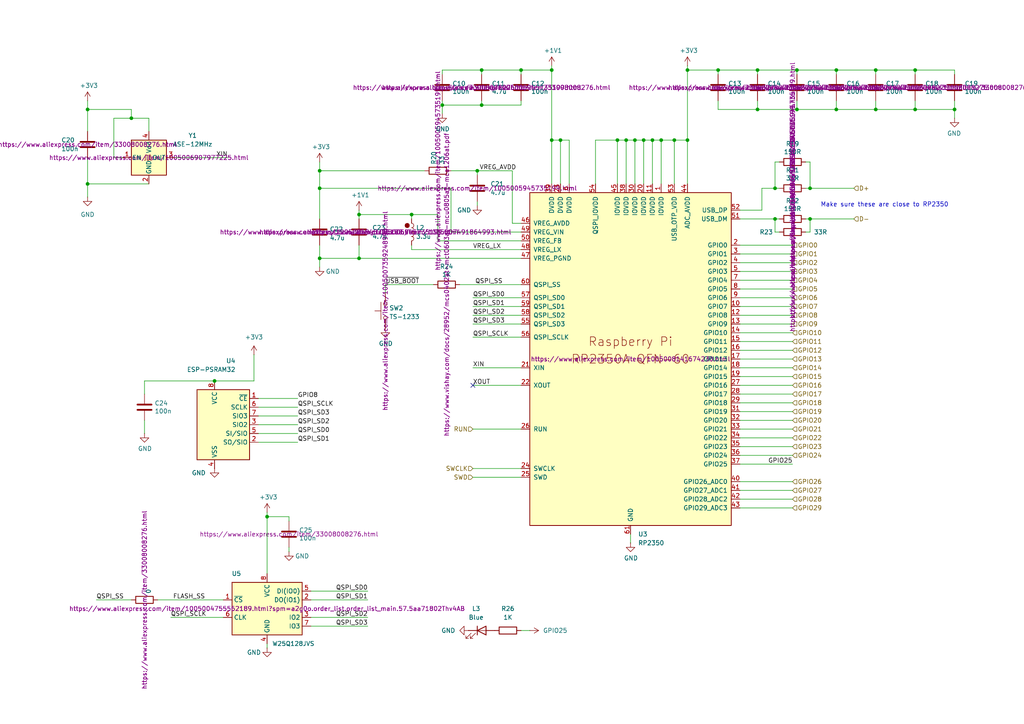
<source format=kicad_sch>
(kicad_sch (version 20250114) (generator "eeschema") (generator_version "9.0")
  (paper "A4")
  (title_block (title "MiniFRANK RM24") (date "2025-03-14") (rev "1.00") (company "Mikhail Matveev") (comment 1 "https://github.com/xtremespb/frank"))
  (lib_symbols
    (symbol "+1V1_1" (power) (pin_numbers (hide yes)) (pin_names (offset 0) (hide yes))
      (property "Value" "+1V1" (at 0 3.556 0))
      (symbol "+1V1_1_0_1"
        (polyline (pts (xy -0.762 1.27) (xy 0 2.54)))
        (polyline (pts (xy 0 2.54) (xy 0.762 1.27)))
        (polyline (pts (xy 0 0) (xy 0 2.54)))
      )
      (symbol "+1V1_1_1_1"
        (pin power_in line (at 0 0 90) (length 0) (name "~") (number "1"))
      )
    )
    (symbol "+3V3_1" (power) (pin_numbers (hide yes)) (pin_names (offset 0) (hide yes))
      (property "Value" "+3V3" (at 0 3.556 0))
      (symbol "+3V3_1_0_1"
        (polyline (pts (xy -0.762 1.27) (xy 0 2.54)))
        (polyline (pts (xy 0 2.54) (xy 0.762 1.27)))
        (polyline (pts (xy 0 0) (xy 0 2.54)))
      )
      (symbol "+3V3_1_1_1"
        (pin power_in line (at 0 0 90) (length 0) (name "~") (number "1"))
      )
    )
    (symbol "+3V3_3" (power) (pin_numbers (hide yes)) (pin_names (offset 0) (hide yes))
      (property "Value" "+3V3" (at 0 3.556 0))
      (symbol "+3V3_3_0_1"
        (polyline (pts (xy -0.762 1.27) (xy 0 2.54)))
        (polyline (pts (xy 0 2.54) (xy 0.762 1.27)))
        (polyline (pts (xy 0 0) (xy 0 2.54)))
      )
      (symbol "+3V3_3_1_1"
        (pin power_in line (at 0 0 90) (length 0) (name "~") (number "1"))
      )
    )
    (symbol "Device:C" (pin_numbers (hide yes)) (pin_names (offset 0.254))
      (property "Reference" "C" (at 0.635 2.54 0))
      (property "Value" "C" (at 0.635 -2.54 0))
      (symbol "C_0_1"
        (polyline (pts (xy -2.032 0.762) (xy 2.032 0.762)) (stroke (width 0.508)))
        (polyline (pts (xy -2.032 -0.762) (xy 2.032 -0.762)) (stroke (width 0.508)))
      )
      (symbol "C_1_1"
        (pin passive line (at 0 3.81 270) (length 2.794) (name "~") (number "1"))
        (pin passive line (at 0 -3.81 90) (length 2.794) (name "~") (number "2"))
      )
    )
    (symbol "Device:L" (pin_numbers (hide yes)) (pin_names (offset 1.016) (hide yes))
      (property "Reference" "L" (at -1.27 0 90))
      (property "Value" "L" (at 1.905 0 90))
      (symbol "L_0_1"
        (arc (start 0 2.54) (mid 0.6323 1.905) (end 0 1.27))
        (arc (start 0 1.27) (mid 0.6323 0.635) (end 0 0))
        (arc (start 0 0) (mid 0.6323 -0.635) (end 0 -1.27))
        (arc (start 0 -1.27) (mid 0.6323 -1.905) (end 0 -2.54))
      )
      (symbol "L_1_1"
        (pin passive line (at 0 3.81 270) (length 1.27) (name "1") (number "1"))
        (pin passive line (at 0 -3.81 90) (length 1.27) (name "2") (number "2"))
      )
    )
    (symbol "Device:LED" (pin_numbers (hide yes)) (pin_names (offset 1.016) (hide yes))
      (property "Reference" "D" (at 0 2.54 0))
      (property "Value" "LED" (at 0 -2.54 0))
      (symbol "LED_0_1"
        (polyline (pts (xy -3.048 -0.762) (xy -4.572 -2.286) (xy -3.81 -2.286) (xy -4.572 -2.286) (xy -4.572 -1.524)))
        (polyline (pts (xy -1.778 -0.762) (xy -3.302 -2.286) (xy -2.54 -2.286) (xy -3.302 -2.286) (xy -3.302 -1.524)))
        (polyline (pts (xy -1.27 0) (xy 1.27 0)))
        (polyline (pts (xy -1.27 -1.27) (xy -1.27 1.27)) (stroke (width 0.254)))
        (polyline (pts (xy 1.27 -1.27) (xy 1.27 1.27) (xy -1.27 0) (xy 1.27 -1.27)) (stroke (width 0.254)))
      )
      (symbol "LED_1_1"
        (pin passive line (at -3.81 0 0) (length 2.54) (name "K") (number "1"))
        (pin passive line (at 3.81 0 180) (length 2.54) (name "A") (number "2"))
      )
    )
    (symbol "Device:R" (pin_numbers (hide yes)) (pin_names (offset 0))
      (property "Reference" "R" (at 2.032 0 90))
      (property "Value" "R" (at 0 0 90))
      (symbol "R_0_1"
        (rectangle (start -1.016 -2.54) (end 1.016 2.54) (stroke (width 0.254)))
      )
      (symbol "R_1_1"
        (pin passive line (at 0 3.81 270) (length 1.27) (name "~") (number "1"))
        (pin passive line (at 0 -3.81 90) (length 1.27) (name "~") (number "2"))
      )
    )
    (symbol "FRANK:ESP-PSRAM32"
      (property "Reference" "PSR1" (at -8.89 1.2701 0))
      (property "Value" "PSRAM" (at -8.89 -1.2699 0))
      (symbol "ESP-PSRAM32_0_1"
        (rectangle (start -7.62 10.16) (end 7.62 -10.16) (stroke (width 0.254)) (fill (type background)))
      )
      (symbol "ESP-PSRAM32_1_1"
        (pin power_in line (at -2.54 12.7 270) (length 2.54) (name "VCC") (number "8"))
        (pin power_in line (at -2.54 -12.7 90) (length 2.54) (name "VSS") (number "4"))
        (pin input line (at 10.16 7.62 180) (length 2.54) (name "~{CE}") (number "1"))
        (pin output line (at 10.16 5.08 180) (length 2.54) (name "SCLK") (number "6"))
        (pin bidirectional line (at 10.16 2.54 180) (length 2.54) (name "SIO3") (number "7"))
        (pin bidirectional line (at 10.16 0 180) (length 2.54) (name "SIO2") (number "3"))
        (pin input line (at 10.16 -2.54 180) (length 2.54) (name "SI/SIO") (number "5"))
        (pin output line (at 10.16 -5.08 180) (length 2.54) (name "SO/SIO") (number "2"))
      )
    )
    (symbol "FRANK:RP2350A" (pin_names (offset 1.016))
      (property "Reference" "U2" (at 2.1941 -50.8 0))
      (property "Value" "RP2350A" (at 2.1941 -53.34 0))
      (symbol "RP2350A_0_0"
        (text "Raspberry Pi" (at 0 5.08 0) (effects (font (size 2.54 2.54))))
      )
      (symbol "RP2350A_0_1"
        (rectangle (start 29.21 48.26) (end -29.21 -48.26) (stroke (width 0.254)) (fill (type background)))
      )
      (symbol "RP2350A_1_0"
        (text "RP2350A QFN-60" (at 0 0 0) (effects (font (size 2.54 2.54))))
      )
      (symbol "RP2350A_1_1"
        (pin power_in line (at -31.75 39.37 0) (length 2.54) (name "VREG_AVDD") (number "46"))
        (pin power_in line (at -31.75 36.83 0) (length 2.54) (name "VREG_VIN") (number "49"))
        (pin input line (at -31.75 34.29 0) (length 2.54) (name "VREG_FB") (number "50"))
        (pin power_out line (at -31.75 31.75 0) (length 2.54) (name "VREG_LX") (number "48"))
        (pin power_in line (at -31.75 29.21 0) (length 2.54) (name "VREG_PGND") (number "47"))
        (pin bidirectional line (at -31.75 21.59 0) (length 2.54) (name "QSPI_SS") (number "60"))
        (pin bidirectional line (at -31.75 17.78 0) (length 2.54) (name "QSPI_SD0") (number "57"))
        (pin bidirectional line (at -31.75 15.24 0) (length 2.54) (name "QSPI_SD1") (number "59"))
        (pin bidirectional line (at -31.75 12.7 0) (length 2.54) (name "QSPI_SD2") (number "58"))
        (pin bidirectional line (at -31.75 10.16 0) (length 2.54) (name "QSPI_SD3") (number "55"))
        (pin output line (at -31.75 6.35 0) (length 2.54) (name "QSPI_SCLK") (number "56"))
        (pin input line (at -31.75 -2.54 0) (length 2.54) (name "XIN") (number "21"))
        (pin passive line (at -31.75 -7.62 0) (length 2.54) (name "XOUT") (number "22"))
        (pin input line (at -31.75 -20.32 0) (length 2.54) (name "RUN") (number "26"))
        (pin output line (at -31.75 -31.75 0) (length 2.54) (name "SWCLK") (number "24"))
        (pin bidirectional line (at -31.75 -34.29 0) (length 2.54) (name "SWD") (number "25"))
        (pin power_in line (at -22.86 50.8 270) (length 2.54) (name "DVDD") (number "39"))
        (pin power_in line (at -20.32 50.8 270) (length 2.54) (name "DVDD") (number "23"))
        (pin power_in line (at -17.78 50.8 270) (length 2.54) (name "DVDD") (number "6"))
        (pin power_in line (at -10.16 50.8 270) (length 2.54) (name "QSPI_IOVDD") (number "54"))
        (pin power_in line (at -3.81 50.8 270) (length 2.54) (name "IOVDD") (number "45"))
        (pin power_in line (at -1.27 50.8 270) (length 2.54) (name "IOVDD") (number "38"))
        (pin power_in line (at 0 -50.8 90) (length 2.54) (name "GND") (number "61"))
        (pin power_in line (at 1.27 50.8 270) (length 2.54) (name "IOVDD") (number "30"))
        (pin power_in line (at 3.81 50.8 270) (length 2.54) (name "IOVDD") (number "20"))
        (pin power_in line (at 6.35 50.8 270) (length 2.54) (name "IOVDD") (number "11"))
        (pin power_in line (at 8.89 50.8 270) (length 2.54) (name "IOVDD") (number "1"))
        (pin power_in line (at 12.7 50.8 270) (length 2.54) (name "USB_OTP_VDD") (number "53"))
        (pin power_in line (at 16.51 50.8 270) (length 2.54) (name "ADC_AVDD") (number "44"))
        (pin bidirectional line (at 31.75 43.18 180) (length 2.54) (name "USB_DP") (number "52"))
        (pin bidirectional line (at 31.75 40.64 180) (length 2.54) (name "USB_DM") (number "51"))
        (pin bidirectional line (at 31.75 33.02 180) (length 2.54) (name "GPIO0") (number "2"))
        (pin bidirectional line (at 31.75 30.48 180) (length 2.54) (name "GPIO1") (number "3"))
        (pin bidirectional line (at 31.75 27.94 180) (length 2.54) (name "GPIO2") (number "4"))
        (pin bidirectional line (at 31.75 25.4 180) (length 2.54) (name "GPIO3") (number "5"))
        (pin bidirectional line (at 31.75 22.86 180) (length 2.54) (name "GPIO4") (number "7"))
        (pin bidirectional line (at 31.75 20.32 180) (length 2.54) (name "GPIO5") (number "8"))
        (pin bidirectional line (at 31.75 17.78 180) (length 2.54) (name "GPIO6") (number "9"))
        (pin bidirectional line (at 31.75 15.24 180) (length 2.54) (name "GPIO7") (number "10"))
        (pin bidirectional line (at 31.75 12.7 180) (length 2.54) (name "GPIO8") (number "12"))
        (pin bidirectional line (at 31.75 10.16 180) (length 2.54) (name "GPIO9") (number "13"))
        (pin bidirectional line (at 31.75 7.62 180) (length 2.54) (name "GPIO10") (number "14"))
        (pin bidirectional line (at 31.75 5.08 180) (length 2.54) (name "GPIO11") (number "15"))
        (pin bidirectional line (at 31.75 2.54 180) (length 2.54) (name "GPIO12") (number "16"))
        (pin bidirectional line (at 31.75 0 180) (length 2.54) (name "GPIO13") (number "17"))
        (pin bidirectional line (at 31.75 -2.54 180) (length 2.54) (name "GPIO14") (number "18"))
        (pin bidirectional line (at 31.75 -5.08 180) (length 2.54) (name "GPIO15") (number "19"))
        (pin bidirectional line (at 31.75 -7.62 180) (length 2.54) (name "GPIO16") (number "27"))
        (pin bidirectional line (at 31.75 -10.16 180) (length 2.54) (name "GPIO17") (number "28"))
        (pin bidirectional line (at 31.75 -12.7 180) (length 2.54) (name "GPIO18") (number "29"))
        (pin bidirectional line (at 31.75 -15.24 180) (length 2.54) (name "GPIO19") (number "31"))
        (pin bidirectional line (at 31.75 -17.78 180) (length 2.54) (name "GPIO20") (number "32"))
        (pin bidirectional line (at 31.75 -20.32 180) (length 2.54) (name "GPIO21") (number "33"))
        (pin bidirectional line (at 31.75 -22.86 180) (length 2.54) (name "GPIO22") (number "34"))
        (pin bidirectional line (at 31.75 -25.4 180) (length 2.54) (name "GPIO23") (number "35"))
        (pin bidirectional line (at 31.75 -27.94 180) (length 2.54) (name "GPIO24") (number "36"))
        (pin bidirectional line (at 31.75 -30.48 180) (length 2.54) (name "GPIO25") (number "37"))
        (pin bidirectional line (at 31.75 -35.56 180) (length 2.54) (name "GPIO26_ADC0") (number "40"))
        (pin bidirectional line (at 31.75 -38.1 180) (length 2.54) (name "GPIO27_ADC1") (number "41"))
        (pin bidirectional line (at 31.75 -40.64 180) (length 2.54) (name "GPIO28_ADC2") (number "42"))
        (pin bidirectional line (at 31.75 -43.18 180) (length 2.54) (name "GPIO29_ADC3") (number "43"))
      )
    )
    (symbol "FRANK:W25Q128JVS"
      (property "Reference" "U3" (at -8.89 10.16 0))
      (property "Value" "W25Q128JVSQ" (at 7.62 -10.16 0))
      (symbol "W25Q128JVS_0_1"
        (rectangle (start -10.16 7.62) (end 10.16 -7.62) (stroke (width 0.254)) (fill (type background)))
      )
      (symbol "W25Q128JVS_1_1"
        (pin input line (at -12.7 2.54 0) (length 2.54) (name "~{CS}") (number "1"))
        (pin input line (at -12.7 -2.54 0) (length 2.54) (name "CLK") (number "6"))
        (pin power_in line (at 0 10.16 270) (length 2.54) (name "VCC") (number "8"))
        (pin power_in line (at 0 -10.16 90) (length 2.54) (name "GND") (number "4"))
        (pin bidirectional line (at 12.7 5.08 180) (length 2.54) (name "DI(IO0)") (number "5"))
        (pin bidirectional line (at 12.7 2.54 180) (length 2.54) (name "DO(IO1)") (number "2"))
        (pin bidirectional line (at 12.7 -2.54 180) (length 2.54) (name "IO2") (number "3"))
        (pin bidirectional line (at 12.7 -5.08 180) (length 2.54) (name "IO3") (number "7"))
      )
    )
    (symbol "GND_1" (power) (pin_numbers (hide yes)) (pin_names (offset 0) (hide yes))
      (property "Value" "GND" (at 0 -3.81 0))
      (symbol "GND_1_0_1"
        (polyline (pts (xy 0 0) (xy 0 -1.27) (xy 1.27 -1.27) (xy 0 -2.54) (xy -1.27 -1.27) (xy 0 -1.27)))
      )
      (symbol "GND_1_1_1"
        (pin power_in line (at 0 0 270) (length 0) (name "~") (number "1"))
      )
    )
    (symbol "GND_2" (power) (pin_numbers (hide yes)) (pin_names (offset 0) (hide yes))
      (property "Value" "GND" (at 0 -3.81 0))
      (symbol "GND_2_0_1"
        (polyline (pts (xy 0 0) (xy 0 -1.27) (xy 1.27 -1.27) (xy 0 -2.54) (xy -1.27 -1.27) (xy 0 -1.27)))
      )
      (symbol "GND_2_1_1"
        (pin power_in line (at 0 0 270) (length 0) (name "~") (number "1"))
      )
    )
    (symbol "GND_6" (power) (pin_numbers (hide yes)) (pin_names (offset 0) (hide yes))
      (property "Value" "GND" (at 0 -3.81 0))
      (symbol "GND_6_0_1"
        (polyline (pts (xy 0 0) (xy 0 -1.27) (xy 1.27 -1.27) (xy 0 -2.54) (xy -1.27 -1.27) (xy 0 -1.27)))
      )
      (symbol "GND_6_1_1"
        (pin power_in line (at 0 0 270) (length 0) (name "~") (number "1"))
      )
    )
    (symbol "Oscillator:ASE-xxxMHz" (pin_names (offset 0.254))
      (property "Reference" "Y" (at -5.08 6.35 0))
      (property "Value" "ASE-xxxMHz" (at 1.27 -6.35 0))
      (symbol "ASE-xxxMHz_0_1"
        (rectangle (start -5.08 5.08) (end 5.08 -5.08) (stroke (width 0.254)) (fill (type background)))
        (polyline (pts (xy -1.27 -0.762) (xy -1.016 -0.762) (xy -1.016 0.762) (xy -0.508 0.762) (xy -0.508 -0.762) (xy 0 -0.762) (xy 0 0.762) (xy 0.508 0.762) (xy 0.508 -0.762) (xy 0.762 -0.762)))
      )
      (symbol "ASE-xxxMHz_1_1"
        (pin input line (at -7.62 0 0) (length 2.54) (name "EN") (number "1"))
        (pin power_in line (at 0 7.62 270) (length 2.54) (name "Vdd") (number "4"))
        (pin power_in line (at 0 -7.62 90) (length 2.54) (name "GND") (number "2"))
        (pin output line (at 7.62 0 180) (length 2.54) (name "OUT") (number "3"))
      )
    )
    (symbol "Switch:SW_Push" (pin_numbers (hide yes)) (pin_names (offset 1.016) (hide yes))
      (property "Reference" "SW" (at 1.27 2.54 0))
      (property "Value" "SW_Push" (at 0 -1.524 0))
      (symbol "SW_Push_0_1"
        (circle (center -2.032 0) (radius 0.508))
        (polyline (pts (xy 0 1.27) (xy 0 3.048)))
        (circle (center 2.032 0) (radius 0.508))
        (polyline (pts (xy 2.54 1.27) (xy -2.54 1.27)))
        (pin passive line (at -5.08 0 0) (length 2.54) (name "1") (number "1"))
        (pin passive line (at 5.08 0 180) (length 2.54) (name "2") (number "2"))
      )
    )
    (symbol "power:+1V1" (power) (pin_numbers (hide yes)) (pin_names (offset 0) (hide yes))
      (property "Value" "+1V1" (at 0 3.556 0))
      (symbol "+1V1_0_1"
        (polyline (pts (xy -0.762 1.27) (xy 0 2.54)))
        (polyline (pts (xy 0 2.54) (xy 0.762 1.27)))
        (polyline (pts (xy 0 0) (xy 0 2.54)))
      )
      (symbol "+1V1_1_1"
        (pin power_in line (at 0 0 90) (length 0) (name "~") (number "1"))
      )
    )
    (symbol "power:+3V3" (power) (pin_numbers (hide yes)) (pin_names (offset 0) (hide yes))
      (property "Value" "+3V3" (at 0 3.556 0))
      (symbol "+3V3_0_1"
        (polyline (pts (xy -0.762 1.27) (xy 0 2.54)))
        (polyline (pts (xy 0 2.54) (xy 0.762 1.27)))
        (polyline (pts (xy 0 0) (xy 0 2.54)))
      )
      (symbol "+3V3_1_1"
        (pin power_in line (at 0 0 90) (length 0) (name "~") (number "1"))
      )
    )
    (symbol "power:GND" (power) (pin_numbers (hide yes)) (pin_names (offset 0) (hide yes))
      (property "Value" "GND" (at 0 -3.81 0))
      (symbol "GND_0_1"
        (polyline (pts (xy 0 0) (xy 0 -1.27) (xy 1.27 -1.27) (xy 0 -2.54) (xy -1.27 -1.27) (xy 0 -1.27)))
      )
      (symbol "GND_1_1"
        (pin power_in line (at 0 0 270) (length 0) (name "~") (number "1"))
      )
    )
  )
  (circle (center 118.11 65.405) (radius 0.635) (stroke (width 0) (color 132 0 0 1)) (fill (type color) (color 132 0 0 1)))
  (text "Make sure these are close to RP2350\n" (at 237.998 60.198 0) (effects (font (size 1.27 1.27)) (justify left bottom)))
  (junction (at 92.71 54.61))
  (junction (at 195.58 40.64))
  (junction (at 199.39 20.32))
  (junction (at 242.57 31.75))
  (junction (at 234.95 63.5))
  (junction (at 208.28 20.32))
  (junction (at 186.69 40.64))
  (junction (at 219.71 31.75))
  (junction (at 151.13 20.32))
  (junction (at 104.14 62.23))
  (junction (at 160.02 40.64))
  (junction (at 181.61 40.64))
  (junction (at 242.57 20.32))
  (junction (at 62.23 110.49))
  (junction (at 139.7 20.32))
  (junction (at 77.47 149.86))
  (junction (at 231.14 31.75))
  (junction (at 254 31.75))
  (junction (at 199.39 40.64))
  (junction (at 92.71 74.93))
  (junction (at 189.23 40.64))
  (junction (at 184.15 40.64))
  (junction (at 139.7 30.48))
  (junction (at 179.07 40.64))
  (junction (at 265.43 31.75))
  (junction (at 104.14 74.93))
  (junction (at 224.79 54.61))
  (junction (at 128.27 30.48))
  (junction (at 119.38 62.23))
  (junction (at 138.43 49.53))
  (junction (at 160.02 20.32))
  (junction (at 265.43 20.32))
  (junction (at 231.14 20.32))
  (junction (at 25.4 53.34))
  (junction (at 224.79 63.5))
  (junction (at 254 20.32))
  (junction (at 191.77 40.64))
  (junction (at 219.71 20.32))
  (junction (at 162.56 40.64))
  (junction (at 92.71 49.53))
  (junction (at 276.86 31.75))
  (junction (at 234.95 54.61))
  (junction (at 38.1 34.29))
  (junction (at 25.4 31.75))
  (no_connect (at 137.16 111.76))
  (wire (pts (xy 214.63 121.92) (xy 229.87 121.92)))
  (wire (pts (xy 214.63 93.98) (xy 229.87 93.98)))
  (wire (pts (xy 111.76 82.55) (xy 111.76 85.09)))
  (wire (pts (xy 233.68 54.61) (xy 234.95 54.61)))
  (wire (pts (xy 214.63 111.76) (xy 229.87 111.76)))
  (wire (pts (xy 214.63 129.54) (xy 229.87 129.54)))
  (wire (pts (xy 214.63 99.06) (xy 229.87 99.06)))
  (wire (pts (xy 214.63 104.14) (xy 229.87 104.14)))
  (wire (pts (xy 127 62.23) (xy 119.38 62.23)))
  (wire (pts (xy 138.43 59.69) (xy 138.43 58.42)))
  (wire (pts (xy 83.82 149.86) (xy 77.47 149.86)))
  (wire (pts (xy 77.47 148.59) (xy 77.47 149.86)))
  (wire (pts (xy 265.43 31.75) (xy 276.86 31.75)))
  (wire (pts (xy 83.82 151.13) (xy 83.82 149.86)))
  (wire (pts (xy 137.16 106.68) (xy 151.13 106.68)))
  (wire (pts (xy 231.14 21.59) (xy 231.14 20.32)))
  (wire (pts (xy 184.15 40.64) (xy 186.69 40.64)))
  (wire (pts (xy 92.71 49.53) (xy 123.19 49.53)))
  (wire (pts (xy 74.93 123.19) (xy 86.36 123.19)))
  (wire (pts (xy 90.17 173.99) (xy 106.68 173.99)))
  (wire (pts (xy 92.71 74.93) (xy 92.71 77.47)))
  (wire (pts (xy 83.82 158.75) (xy 83.82 160.02)))
  (wire (pts (xy 214.63 71.12) (xy 229.87 71.12)))
  (wire (pts (xy 138.43 49.53) (xy 148.59 49.53)))
  (wire (pts (xy 181.61 53.34) (xy 181.61 40.64)))
  (wire (pts (xy 151.13 30.48) (xy 151.13 29.21)))
  (wire (pts (xy 208.28 29.21) (xy 208.28 31.75)))
  (wire (pts (xy 276.86 29.21) (xy 276.86 31.75)))
  (wire (pts (xy 137.16 93.98) (xy 151.13 93.98)))
  (wire (pts (xy 128.27 20.32) (xy 139.7 20.32)))
  (wire (pts (xy 214.63 76.2) (xy 229.87 76.2)))
  (wire (pts (xy 77.47 186.69) (xy 77.47 187.96)))
  (wire (pts (xy 234.95 63.5) (xy 247.65 63.5)))
  (wire (pts (xy 139.7 20.32) (xy 151.13 20.32)))
  (wire (pts (xy 162.56 53.34) (xy 162.56 40.64)))
  (wire (pts (xy 242.57 31.75) (xy 231.14 31.75)))
  (wire (pts (xy 104.14 62.23) (xy 119.38 62.23)))
  (wire (pts (xy 73.66 102.87) (xy 73.66 110.49)))
  (wire (pts (xy 214.63 139.7) (xy 229.87 139.7)))
  (wire (pts (xy 208.28 21.59) (xy 208.28 20.32)))
  (wire (pts (xy 119.38 72.39) (xy 119.38 71.12)))
  (wire (pts (xy 162.56 40.64) (xy 160.02 40.64)))
  (wire (pts (xy 220.98 54.61) (xy 220.98 60.96)))
  (wire (pts (xy 214.63 91.44) (xy 229.87 91.44)))
  (wire (pts (xy 214.63 96.52) (xy 229.87 96.52)))
  (wire (pts (xy 224.79 63.5) (xy 224.79 67.31)))
  (wire (pts (xy 172.72 53.34) (xy 172.72 40.64)))
  (wire (pts (xy 90.17 181.61) (xy 106.68 181.61)))
  (wire (pts (xy 195.58 40.64) (xy 199.39 40.64)))
  (wire (pts (xy 104.14 63.5) (xy 104.14 62.23)))
  (wire (pts (xy 74.93 128.27) (xy 86.36 128.27)))
  (wire (pts (xy 214.63 147.32) (xy 229.87 147.32)))
  (wire (pts (xy 254 21.59) (xy 254 20.32)))
  (wire (pts (xy 151.13 21.59) (xy 151.13 20.32)))
  (wire (pts (xy 165.1 40.64) (xy 165.1 53.34)))
  (wire (pts (xy 160.02 20.32) (xy 160.02 40.64)))
  (wire (pts (xy 138.43 49.53) (xy 138.43 50.8)))
  (wire (pts (xy 92.71 54.61) (xy 130.81 54.61)))
  (wire (pts (xy 33.02 45.72) (xy 33.02 34.29)))
  (wire (pts (xy 90.17 179.07) (xy 106.68 179.07)))
  (wire (pts (xy 74.93 115.57) (xy 86.36 115.57)))
  (wire (pts (xy 276.86 21.59) (xy 276.86 20.32)))
  (wire (pts (xy 137.16 88.9) (xy 151.13 88.9)))
  (wire (pts (xy 25.4 53.34) (xy 43.18 53.34)))
  (wire (pts (xy 233.68 63.5) (xy 234.95 63.5)))
  (wire (pts (xy 199.39 20.32) (xy 208.28 20.32)))
  (wire (pts (xy 151.13 135.89) (xy 137.16 135.89)))
  (wire (pts (xy 214.63 127) (xy 229.87 127)))
  (wire (pts (xy 214.63 101.6) (xy 229.87 101.6)))
  (wire (pts (xy 242.57 20.32) (xy 254 20.32)))
  (wire (pts (xy 189.23 40.64) (xy 191.77 40.64)))
  (wire (pts (xy 92.71 54.61) (xy 92.71 63.5)))
  (wire (pts (xy 35.56 45.72) (xy 33.02 45.72)))
  (wire (pts (xy 219.71 21.59) (xy 219.71 20.32)))
  (wire (pts (xy 214.63 81.28) (xy 229.87 81.28)))
  (wire (pts (xy 226.06 67.31) (xy 224.79 67.31)))
  (wire (pts (xy 151.13 82.55) (xy 133.35 82.55)))
  (wire (pts (xy 181.61 40.64) (xy 184.15 40.64)))
  (wire (pts (xy 151.13 97.79) (xy 137.16 97.79)))
  (wire (pts (xy 49.53 179.07) (xy 64.77 179.07)))
  (wire (pts (xy 276.86 31.75) (xy 276.86 34.29)))
  (wire (pts (xy 130.81 54.61) (xy 130.81 67.31)))
  (wire (pts (xy 189.23 53.34) (xy 189.23 40.64)))
  (wire (pts (xy 41.91 110.49) (xy 41.91 114.3)))
  (wire (pts (xy 265.43 20.32) (xy 276.86 20.32)))
  (wire (pts (xy 233.68 67.31) (xy 234.95 67.31)))
  (wire (pts (xy 160.02 19.05) (xy 160.02 20.32)))
  (wire (pts (xy 151.13 182.88) (xy 153.67 182.88)))
  (wire (pts (xy 234.95 63.5) (xy 234.95 67.31)))
  (wire (pts (xy 186.69 40.64) (xy 189.23 40.64)))
  (wire (pts (xy 254 20.32) (xy 265.43 20.32)))
  (wire (pts (xy 73.66 110.49) (xy 62.23 110.49)))
  (wire (pts (xy 151.13 111.76) (xy 137.16 111.76)))
  (wire (pts (xy 199.39 40.64) (xy 199.39 53.34)))
  (wire (pts (xy 214.63 134.62) (xy 229.87 134.62)))
  (wire (pts (xy 254 29.21) (xy 254 31.75)))
  (wire (pts (xy 45.72 173.99) (xy 64.77 173.99)))
  (wire (pts (xy 214.63 144.78) (xy 229.87 144.78)))
  (wire (pts (xy 186.69 53.34) (xy 186.69 40.64)))
  (wire (pts (xy 214.63 109.22) (xy 229.87 109.22)))
  (wire (pts (xy 265.43 29.21) (xy 265.43 31.75)))
  (wire (pts (xy 160.02 40.64) (xy 160.02 53.34)))
  (wire (pts (xy 162.56 40.64) (xy 165.1 40.64)))
  (wire (pts (xy 214.63 132.08) (xy 229.87 132.08)))
  (wire (pts (xy 195.58 53.34) (xy 195.58 40.64)))
  (wire (pts (xy 219.71 20.32) (xy 231.14 20.32)))
  (wire (pts (xy 92.71 71.12) (xy 92.71 74.93)))
  (wire (pts (xy 130.81 67.31) (xy 151.13 67.31)))
  (wire (pts (xy 127 69.85) (xy 127 62.23)))
  (wire (pts (xy 104.14 74.93) (xy 151.13 74.93)))
  (wire (pts (xy 265.43 21.59) (xy 265.43 20.32)))
  (wire (pts (xy 231.14 20.32) (xy 242.57 20.32)))
  (wire (pts (xy 92.71 49.53) (xy 92.71 54.61)))
  (wire (pts (xy 179.07 53.34) (xy 179.07 40.64)))
  (wire (pts (xy 128.27 30.48) (xy 128.27 33.02)))
  (wire (pts (xy 214.63 63.5) (xy 224.79 63.5)))
  (wire (pts (xy 182.88 154.94) (xy 182.88 157.48)))
  (wire (pts (xy 219.71 29.21) (xy 219.71 31.75)))
  (wire (pts (xy 119.38 62.23) (xy 119.38 63.5)))
  (wire (pts (xy 234.95 54.61) (xy 247.65 54.61)))
  (wire (pts (xy 139.7 30.48) (xy 151.13 30.48)))
  (wire (pts (xy 125.73 82.55) (xy 111.76 82.55)))
  (wire (pts (xy 224.79 63.5) (xy 226.06 63.5)))
  (wire (pts (xy 151.13 20.32) (xy 160.02 20.32)))
  (wire (pts (xy 199.39 19.05) (xy 199.39 20.32)))
  (wire (pts (xy 199.39 20.32) (xy 199.39 40.64)))
  (wire (pts (xy 151.13 124.46) (xy 137.16 124.46)))
  (wire (pts (xy 214.63 114.3) (xy 229.87 114.3)))
  (wire (pts (xy 90.17 171.45) (xy 106.68 171.45)))
  (wire (pts (xy 214.63 86.36) (xy 229.87 86.36)))
  (wire (pts (xy 148.59 49.53) (xy 148.59 64.77)))
  (wire (pts (xy 242.57 29.21) (xy 242.57 31.75)))
  (wire (pts (xy 214.63 106.68) (xy 229.87 106.68)))
  (wire (pts (xy 25.4 29.21) (xy 25.4 31.75)))
  (wire (pts (xy 27.94 173.99) (xy 38.1 173.99)))
  (wire (pts (xy 214.63 142.24) (xy 229.87 142.24)))
  (wire (pts (xy 77.47 149.86) (xy 77.47 166.37)))
  (wire (pts (xy 214.63 88.9) (xy 229.87 88.9)))
  (wire (pts (xy 104.14 71.12) (xy 104.14 74.93)))
  (wire (pts (xy 74.93 118.11) (xy 86.36 118.11)))
  (wire (pts (xy 208.28 20.32) (xy 219.71 20.32)))
  (wire (pts (xy 128.27 29.21) (xy 128.27 30.48)))
  (wire (pts (xy 224.79 54.61) (xy 224.79 46.99)))
  (wire (pts (xy 25.4 31.75) (xy 25.4 38.1)))
  (wire (pts (xy 214.63 60.96) (xy 220.98 60.96)))
  (wire (pts (xy 25.4 31.75) (xy 38.1 31.75)))
  (wire (pts (xy 139.7 21.59) (xy 139.7 20.32)))
  (wire (pts (xy 43.18 34.29) (xy 43.18 38.1)))
  (wire (pts (xy 151.13 138.43) (xy 137.16 138.43)))
  (wire (pts (xy 25.4 57.15) (xy 25.4 53.34)))
  (wire (pts (xy 184.15 53.34) (xy 184.15 40.64)))
  (wire (pts (xy 128.27 30.48) (xy 139.7 30.48)))
  (wire (pts (xy 233.68 46.99) (xy 234.95 46.99)))
  (wire (pts (xy 234.95 46.99) (xy 234.95 54.61)))
  (wire (pts (xy 224.79 54.61) (xy 226.06 54.61)))
  (wire (pts (xy 128.27 21.59) (xy 128.27 20.32)))
  (wire (pts (xy 137.16 86.36) (xy 151.13 86.36)))
  (wire (pts (xy 41.91 121.92) (xy 41.91 125.73)))
  (wire (pts (xy 179.07 40.64) (xy 181.61 40.64)))
  (wire (pts (xy 38.1 31.75) (xy 38.1 34.29)))
  (wire (pts (xy 214.63 73.66) (xy 229.87 73.66)))
  (wire (pts (xy 224.79 46.99) (xy 226.06 46.99)))
  (wire (pts (xy 104.14 60.96) (xy 104.14 62.23)))
  (wire (pts (xy 214.63 116.84) (xy 229.87 116.84)))
  (wire (pts (xy 74.93 125.73) (xy 86.36 125.73)))
  (wire (pts (xy 151.13 69.85) (xy 127 69.85)))
  (wire (pts (xy 119.38 72.39) (xy 151.13 72.39)))
  (wire (pts (xy 191.77 40.64) (xy 191.77 53.34)))
  (wire (pts (xy 231.14 29.21) (xy 231.14 31.75)))
  (wire (pts (xy 214.63 124.46) (xy 229.87 124.46)))
  (wire (pts (xy 92.71 46.99) (xy 92.71 49.53)))
  (wire (pts (xy 219.71 31.75) (xy 208.28 31.75)))
  (wire (pts (xy 25.4 45.72) (xy 25.4 53.34)))
  (wire (pts (xy 265.43 31.75) (xy 254 31.75)))
  (wire (pts (xy 172.72 40.64) (xy 179.07 40.64)))
  (wire (pts (xy 214.63 119.38) (xy 229.87 119.38)))
  (wire (pts (xy 191.77 40.64) (xy 195.58 40.64)))
  (wire (pts (xy 137.16 91.44) (xy 151.13 91.44)))
  (wire (pts (xy 50.8 45.72) (xy 66.04 45.72)))
  (wire (pts (xy 38.1 34.29) (xy 43.18 34.29)))
  (wire (pts (xy 231.14 31.75) (xy 219.71 31.75)))
  (wire (pts (xy 33.02 34.29) (xy 38.1 34.29)))
  (wire (pts (xy 254 31.75) (xy 242.57 31.75)))
  (wire (pts (xy 139.7 29.21) (xy 139.7 30.48)))
  (wire (pts (xy 242.57 21.59) (xy 242.57 20.32)))
  (wire (pts (xy 92.71 74.93) (xy 104.14 74.93)))
  (wire (pts (xy 214.63 83.82) (xy 229.87 83.82)))
  (wire (pts (xy 220.98 54.61) (xy 224.79 54.61)))
  (wire (pts (xy 148.59 64.77) (xy 151.13 64.77)))
  (wire (pts (xy 74.93 120.65) (xy 86.36 120.65)))
  (wire (pts (xy 41.91 110.49) (xy 62.23 110.49)))
  (wire (pts (xy 130.81 49.53) (xy 138.43 49.53)))
  (wire (pts (xy 214.63 78.74) (xy 229.87 78.74)))
  (label "QSPI_SD2" (at 137.16 91.44 0))
  (label "VREG_AVDD" (at 139.065 49.53 0))
  (label "XOUT" (at 137.16 111.76 0))
  (label "QSPI_SS" (at 27.94 173.99 0))
  (label "QSPI_SD3" (at 137.16 93.98 0))
  (label "QSPI_SD2" (at 106.68 179.07 180))
  (label "QSPI_SS" (at 137.795 82.55 0))
  (label "QSPI_SD0" (at 86.36 125.73 0))
  (label "QSPI_SD3" (at 86.36 120.65 0))
  (label "~{USB_BOOT}" (at 111.76 82.55 0))
  (label "QSPI_SCLK" (at 49.53 179.07 0))
  (label "QSPI_SD1" (at 106.68 173.99 180))
  (label "QSPI_SD2" (at 86.36 123.19 0))
  (label "XIN" (at 137.16 106.68 0))
  (label "GPIO25" (at 229.87 134.62 180))
  (label "QSPI_SD0" (at 106.68 171.45 180))
  (label "GPIO8" (at 86.36 115.57 0))
  (label "XIN" (at 66.04 45.72 180))
  (label "QSPI_SCLK" (at 137.16 97.79 0))
  (label "QSPI_SD1" (at 86.36 128.27 0))
  (label "QSPI_SD3" (at 106.68 181.61 180))
  (label "QSPI_SD0" (at 137.16 86.36 0))
  (label "FLASH_SS" (at 50.165 173.99 0))
  (label "QSPI_SD1" (at 137.16 88.9 0))
  (label "VREG_LX" (at 137.16 72.39 0))
  (label "QSPI_SCLK" (at 86.36 118.11 0))
  (hierarchical_label "GPIO26" (shape input) (at 229.87 139.7 0))
  (hierarchical_label "RUN" (shape input) (at 137.16 124.46 180))
  (hierarchical_label "GPIO8" (shape input) (at 229.87 91.44 0))
  (hierarchical_label "GPIO5" (shape input) (at 229.87 83.82 0))
  (hierarchical_label "GPIO19" (shape input) (at 229.87 119.38 0))
  (hierarchical_label "D+" (shape input) (at 247.65 54.61 0))
  (hierarchical_label "GPIO7" (shape input) (at 229.87 88.9 0))
  (hierarchical_label "GPIO24" (shape input) (at 229.87 132.08 0))
  (hierarchical_label "GPIO1" (shape input) (at 229.87 73.66 0))
  (hierarchical_label "GPIO12" (shape input) (at 229.87 101.6 0))
  (hierarchical_label "D-" (shape input) (at 247.65 63.5 0))
  (hierarchical_label "GPIO21" (shape input) (at 229.87 124.46 0))
  (hierarchical_label "GPIO14" (shape input) (at 229.87 106.68 0))
  (hierarchical_label "SWCLK" (shape input) (at 137.16 135.89 180))
  (hierarchical_label "GPIO17" (shape input) (at 229.87 114.3 0))
  (hierarchical_label "GPIO9" (shape input) (at 229.87 93.98 0))
  (hierarchical_label "GPIO22" (shape input) (at 229.87 127 0))
  (hierarchical_label "GPIO6" (shape input) (at 229.87 86.36 0))
  (hierarchical_label "GPIO2" (shape input) (at 229.87 76.2 0))
  (hierarchical_label "GPIO0" (shape input) (at 229.87 71.12 0))
  (hierarchical_label "GPIO4" (shape input) (at 229.87 81.28 0))
  (hierarchical_label "GPIO27" (shape input) (at 229.87 142.24 0))
  (hierarchical_label "GPIO29" (shape input) (at 229.87 147.32 0))
  (hierarchical_label "GPIO13" (shape input) (at 229.87 104.14 0))
  (hierarchical_label "GPIO15" (shape input) (at 229.87 109.22 0))
  (hierarchical_label "GPIO11" (shape input) (at 229.87 99.06 0))
  (hierarchical_label "GPIO10" (shape input) (at 229.87 96.52 0))
  (hierarchical_label "GPIO23" (shape input) (at 229.87 129.54 0))
  (hierarchical_label "GPIO20" (shape input) (at 229.87 121.92 0))
  (hierarchical_label "GPIO3" (shape input) (at 229.87 78.74 0))
  (hierarchical_label "SWD" (shape input) (at 137.16 138.43 180))
  (hierarchical_label "GPIO28" (shape input) (at 229.87 144.78 0))
  (hierarchical_label "GPIO18" (shape input) (at 229.87 116.84 0))
  (hierarchical_label "GPIO16" (shape input) (at 229.87 111.76 0))
  (symbol (lib_id "Device:R") (at 127 49.53 90) (unit 1)
    (property "Reference" "R20" (at 125.8316 47.752 0) (effects (justify left)))
    (property "Value" "33" (at 128.143 47.752 0) (effects (justify left)))
    (property "Footprint" "FRANK:Resistor (0805)" (effects (hide yes)))
    (property "Datasheet" "https://www.vishay.com/docs/28952/mcs0402at-mct0603at-mcu0805at-mca1206at.pdf" (effects (hide yes)))
    (property "AliExpress" "https://www.aliexpress.com/item/1005005945735199.html" (at 127 49.53 0))
  )
  (symbol (lib_id "Device:C") (at 208.28 25.4 0) (unit 1)
    (property "Reference" "C13" (at 211.201 24.2316 0) (effects (justify left)))
    (property "Value" "100n" (at 211.201 26.543 0) (effects (justify left)))
    (property "Footprint" "FRANK:Capacitor (0805)" (effects (hide yes)))
    (property "Datasheet" "https://eu.mouser.com/datasheet/2/40/KGM_X7R-3223212.pdf" (effects (hide yes)))
    (property "AliExpress" "https://www.aliexpress.com/item/33008008276.html" (at 208.28 25.4 0))
  )
  (symbol (lib_id "Device:C") (at 151.13 25.4 0) (unit 1)
    (property "Reference" "C12" (at 154.051 24.2316 0) (effects (justify left)))
    (property "Value" "100n" (at 154.051 26.543 0) (effects (justify left)))
    (property "Footprint" "FRANK:Capacitor (0805)" (effects (hide yes)))
    (property "Datasheet" "https://eu.mouser.com/datasheet/2/40/KGM_X7R-3223212.pdf" (effects (hide yes)))
    (property "AliExpress" "https://www.aliexpress.com/item/33008008276.html" (at 151.13 25.4 0))
  )
  (symbol (lib_id "power:+1V1") (at 104.14 60.96 0) (unit 1)
    (property "Reference" "#PWR040" (effects (hide yes)))
    (property "Value" "+1V1" (at 104.521 56.5658 0))
    (property "Description" "Power symbol creates a global label with name \"+1V1\"" (effects (hide yes)))
  )
  (symbol (lib_id "Device:R") (at 229.87 54.61 270) (unit 1)
    (property "Reference" "R21" (at 229.87 49.3522 90))
    (property "Value" "33R" (at 229.87 51.6636 90))
    (property "Footprint" "FRANK:Resistor (0805)" (effects (hide yes)))
    (property "Datasheet" "https://www.vishay.com/docs/28952/mcs0402at-mct0603at-mcu0805at-mca1206at.pdf" (effects (hide yes)))
    (property "AliExpress" "https://www.aliexpress.com/item/1005005945735199.html" (at 229.87 54.61 0))
  )
  (symbol (lib_id "Device:C") (at 231.14 25.4 0) (unit 1)
    (property "Reference" "C15" (at 234.061 24.2316 0) (effects (justify left)))
    (property "Value" "100n" (at 234.061 26.543 0) (effects (justify left)))
    (property "Footprint" "FRANK:Capacitor (0805)" (effects (hide yes)))
    (property "Datasheet" "https://eu.mouser.com/datasheet/2/40/KGM_X7R-3223212.pdf" (effects (hide yes)))
    (property "AliExpress" "https://www.aliexpress.com/item/33008008276.html" (at 231.14 25.4 0))
  )
  (symbol (lib_id "power:GND") (at 128.27 33.02 0) (unit 1)
    (property "Reference" "#PWR035" (effects (hide yes)))
    (property "Value" "GND" (at 128.397 37.4142 0))
  )
  (symbol (lib_id "Device:C") (at 265.43 25.4 0) (unit 1)
    (property "Reference" "C18" (at 268.351 24.2316 0) (effects (justify left)))
    (property "Value" "100n" (at 268.351 26.543 0) (effects (justify left)))
    (property "Footprint" "FRANK:Capacitor (0805)" (effects (hide yes)))
    (property "Datasheet" "https://eu.mouser.com/datasheet/2/40/KGM_X7R-3223212.pdf" (effects (hide yes)))
    (property "AliExpress" "https://www.aliexpress.com/item/33008008276.html" (at 265.43 25.4 0))
  )
  (symbol (lib_id "FRANK:ESP-PSRAM32") (at 64.77 123.19 0) (unit 1)
    (property "Reference" "U4" (at 68.326 104.648 0) (effects (justify right)))
    (property "Value" "ESP-PSRAM32" (at 68.326 107.188 0) (effects (justify right)))
    (property "Footprint" "FRANK:SO-8" (effects (hide yes)))
    (property "Datasheet" "https://www.espressif.com/sites/default/files/documentation/esp-psram32_datasheet_en.pdf" (effects (hide yes)))
    (property "AliExpress" "https://www.aliexpress.com/item/1005006440914173.html" (effects (hide yes)))
  )
  (symbol (lib_name "GND_1") (lib_id "power:GND") (at 41.91 125.73 0) (unit 1)
    (property "Reference" "#PWR044" (effects (hide yes)))
    (property "Value" "GND" (at 42.037 130.1242 0))
    (property "Description" "Power symbol creates a global label with name \"GND\" , ground" (effects (hide yes)))
  )
  (symbol (lib_id "power:GND") (at 276.86 34.29 0) (mirror y) (unit 1)
    (property "Reference" "#PWR036" (effects (hide yes)))
    (property "Value" "GND" (at 276.733 38.6842 0))
  )
  (symbol (lib_id "power:GND") (at 111.76 95.25 0) (unit 1)
    (property "Reference" "#PWR042" (effects (hide yes)))
    (property "Value" "GND" (at 111.887 99.6442 0))
  )
  (symbol (lib_id "Device:C") (at 254 25.4 0) (unit 1)
    (property "Reference" "C17" (at 256.921 24.2316 0) (effects (justify left)))
    (property "Value" "100n" (at 256.921 26.543 0) (effects (justify left)))
    (property "Footprint" "FRANK:Capacitor (0805)" (effects (hide yes)))
    (property "Datasheet" "https://eu.mouser.com/datasheet/2/40/KGM_X7R-3223212.pdf" (effects (hide yes)))
    (property "AliExpress" "https://www.aliexpress.com/item/33008008276.html" (at 254 25.4 0))
  )
  (symbol (lib_id "power:GND") (at 182.88 157.48 0) (unit 1)
    (property "Reference" "#PWR047" (effects (hide yes)))
    (property "Value" "GND" (at 183.007 161.8742 0))
  )
  (symbol (lib_id "Device:C") (at 242.57 25.4 0) (unit 1)
    (property "Reference" "C16" (at 245.491 24.2316 0) (effects (justify left)))
    (property "Value" "100n" (at 245.491 26.543 0) (effects (justify left)))
    (property "Footprint" "FRANK:Capacitor (0805)" (effects (hide yes)))
    (property "Datasheet" "https://eu.mouser.com/datasheet/2/40/KGM_X7R-3223212.pdf" (effects (hide yes)))
    (property "AliExpress" "https://www.aliexpress.com/item/33008008276.html" (at 242.57 25.4 0))
  )
  (symbol (lib_id "Device:R") (at 147.32 182.88 90) (unit 1)
    (property "Reference" "R26" (at 147.32 176.53 90))
    (property "Value" "1K" (at 147.32 179.07 90))
    (property "Footprint" "FRANK:Resistor (0805)" (effects (hide yes)))
    (property "Datasheet" "https://www.vishay.com/docs/28952/mcs0402at-mct0603at-mcu0805at-mca1206at.pdf" (effects (hide yes)))
    (property "Description" "Resistor" (effects (hide yes)))
    (property "AliExpress" "https://www.vishay.com/docs/28952/mcs0402at-mct0603at-mcu0805at-mca1206at.pdf" (effects (hide yes)))
  )
  (symbol (lib_id "power:+3V3") (at 199.39 19.05 0) (unit 1)
    (property "Reference" "#PWR033" (effects (hide yes)))
    (property "Value" "+3V3" (at 199.771 14.6558 0))
  )
  (symbol (lib_id "Device:R") (at 229.87 63.5 270) (unit 1)
    (property "Reference" "R22" (at 229.87 58.2422 90))
    (property "Value" "150R" (at 229.87 60.5536 90))
    (property "Footprint" "FRANK:Resistor (0805)" (effects (hide yes)))
    (property "Datasheet" "https://www.vishay.com/docs/28952/mcs0402at-mct0603at-mcu0805at-mca1206at.pdf" (effects (hide yes)))
    (property "AliExpress" "https://www.aliexpress.com/item/1005005945735199.html" (at 229.87 63.5 0))
  )
  (symbol (lib_id "power:GND") (at 77.47 187.96 0) (unit 1)
    (property "Reference" "#PWR051" (effects (hide yes)))
    (property "Value" "GND" (at 73.66 189.23 0))
  )
  (symbol (lib_id "power:+3V3") (at 25.4 29.21 0) (unit 1)
    (property "Reference" "#PWR034" (effects (hide yes)))
    (property "Value" "+3V3" (at 25.781 24.8158 0))
  )
  (symbol (lib_name "GND_6") (lib_id "power:GND") (at 62.23 135.89 0) (unit 1)
    (property "Reference" "#PWR045" (effects (hide yes)))
    (property "Value" "GND" (at 59.69 137.16 0) (effects (justify right)))
    (property "Description" "Power symbol creates a global label with name \"GND\" , ground" (effects (hide yes)))
  )
  (symbol (lib_name "+1V1_1") (lib_id "power:+1V1") (at 160.02 19.05 0) (unit 1)
    (property "Reference" "#PWR032" (effects (hide yes)))
    (property "Value" "+1V1" (at 160.401 14.6558 0))
    (property "Description" "Power symbol creates a global label with name \"+1V1\"" (effects (hide yes)))
  )
  (symbol (lib_id "power:GND") (at 83.82 160.02 0) (unit 1)
    (property "Reference" "#PWR048" (effects (hide yes)))
    (property "Value" "GND" (at 87.63 161.29 0))
  )
  (symbol (lib_id "Device:C") (at 41.91 118.11 0) (unit 1)
    (property "Reference" "C24" (at 44.831 116.9416 0) (effects (justify left)))
    (property "Value" "100n" (at 44.831 119.253 0) (effects (justify left)))
    (property "Footprint" "FRANK:Capacitor (0805)" (effects (hide yes)))
    (property "Datasheet" "https://eu.mouser.com/datasheet/2/40/KGM_X7R-3223212.pdf" (effects (hide yes)))
    (property "AliExpress" "https://www.aliexpress.com/item/33008008276.html" (effects (hide yes)))
  )
  (symbol (lib_id "Device:C") (at 139.7 25.4 0) (unit 1)
    (property "Reference" "C11" (at 142.621 24.2316 0) (effects (justify left)))
    (property "Value" "4.7u" (at 142.621 26.543 0) (effects (justify left)))
    (property "Footprint" "FRANK:Capacitor (0805)" (effects (hide yes)))
    (property "Datasheet" "https://eu.mouser.com/datasheet/2/40/KGM_X7R-3223212.pdf" (effects (hide yes)))
    (property "AliExpress" "https://www.aliexpress.com/item/1005005945735199.html" (at 139.7 25.4 0))
  )
  (symbol (lib_name "+3V3_1") (lib_id "power:+3V3") (at 153.67 182.88 270) (unit 1)
    (property "Reference" "#PWR050" (effects (hide yes)))
    (property "Value" "GPIO25" (at 157.48 182.8799 90) (effects (justify left)))
    (property "Description" "Power symbol creates a global label with name \"+3V3\"" (effects (hide yes)))
  )
  (symbol (lib_id "Device:C") (at 219.71 25.4 0) (unit 1)
    (property "Reference" "C14" (at 222.631 24.2316 0) (effects (justify left)))
    (property "Value" "100n" (at 222.631 26.543 0) (effects (justify left)))
    (property "Footprint" "FRANK:Capacitor (0805)" (effects (hide yes)))
    (property "Datasheet" "https://eu.mouser.com/datasheet/2/40/KGM_X7R-3223212.pdf" (effects (hide yes)))
    (property "AliExpress" "https://www.aliexpress.com/item/33008008276.html" (at 219.71 25.4 0))
  )
  (symbol (lib_id "FRANK:W25Q128JVS") (at 77.47 176.53 0) (unit 1)
    (property "Reference" "U5" (at 68.58 166.37 0))
    (property "Value" "W25Q128JVS" (at 85.09 186.69 0))
    (property "Footprint" "FRANK:SOIC-8" (effects (hide yes)))
    (property "Datasheet" "http://www.winbond.com/resource-files/w25q128jv_dtr%20revc%2003272018%20plus.pdf" (effects (hide yes)))
    (property "AliExpress" "https://www.aliexpress.com/item/1005004755562189.html?spm=a2g0o.order_list.order_list_main.57.5aa71802Thv4AB" (at 77.47 176.53 0))
  )
  (symbol (lib_id "Device:L") (at 119.38 67.31 0) (unit 1)
    (property "Reference" "L2" (at 120.65 66.04 0) (effects (justify left)))
    (property "Value" "3.3u" (at 120.65 68.58 0) (effects (justify left)))
    (property "Footprint" "FRANK:Inductor (3225)" (effects (hide yes)))
    (property "Datasheet" "https://product.tdk.com/en/system/files/dam/doc/product/inductor/inductor/smd/catalog/inductor_commercial_decoupling_nlfv32-ef_en.pdf" (effects (hide yes)))
    (property "AliExpress" "https://www.aliexpress.com/item/1005007491864993.html" (at 119.38 67.31 0))
  )
  (symbol (lib_id "Device:C") (at 104.14 67.31 0) (unit 1)
    (property "Reference" "C23" (at 107.95 66.04 0) (effects (justify left)))
    (property "Value" "4.7u" (at 107.95 68.58 0) (effects (justify left)))
    (property "Footprint" "FRANK:Capacitor (0805)" (effects (hide yes)))
    (property "Datasheet" "https://eu.mouser.com/datasheet/2/40/KGM_X7R-3223212.pdf" (effects (hide yes)))
    (property "AliExpress" "https://www.aliexpress.com/item/1005005945735199.html" (at 104.14 67.31 0))
  )
  (symbol (lib_id "power:GND") (at 25.4 57.15 0) (unit 1)
    (property "Reference" "#PWR038" (effects (hide yes)))
    (property "Value" "GND" (at 25.4 62.23 0))
    (property "Description" "Power symbol creates a global label with name \"GND\" , ground" (effects (hide yes)))
  )
  (symbol (lib_id "Device:C") (at 83.82 154.94 0) (unit 1)
    (property "Reference" "C25" (at 86.741 153.7716 0) (effects (justify left)))
    (property "Value" "100n" (at 86.741 156.083 0) (effects (justify left)))
    (property "Footprint" "FRANK:Capacitor (0805)" (effects (hide yes)))
    (property "Datasheet" "https://eu.mouser.com/datasheet/2/40/KGM_X7R-3223212.pdf" (effects (hide yes)))
    (property "AliExpress" "https://www.aliexpress.com/item/33008008276.html" (at 83.82 154.94 0))
  )
  (symbol (lib_id "power:+3V3") (at 92.71 46.99 0) (unit 1)
    (property "Reference" "#PWR037" (effects (hide yes)))
    (property "Value" "+3V3" (at 93.091 42.5958 0))
  )
  (symbol (lib_id "power:GND") (at 92.71 77.47 0) (mirror y) (unit 1)
    (property "Reference" "#PWR041" (effects (hide yes)))
    (property "Value" "GND" (at 96.52 78.74 0))
  )
  (symbol (lib_id "Device:R") (at 229.87 67.31 270) (unit 1)
    (property "Reference" "R23" (at 222.25 67.31 90))
    (property "Value" "33R" (at 237.998 67.31 90))
    (property "Footprint" "FRANK:Resistor (0805)" (effects (hide yes)))
    (property "Datasheet" "https://www.vishay.com/docs/28952/mcs0402at-mct0603at-mcu0805at-mca1206at.pdf" (effects (hide yes)))
    (property "AliExpress" "https://www.aliexpress.com/item/1005005945735199.html" (at 229.87 67.31 0))
  )
  (symbol (lib_id "Device:C") (at 276.86 25.4 0) (unit 1)
    (property "Reference" "C19" (at 279.781 24.2316 0) (effects (justify left)))
    (property "Value" "100n" (at 279.781 26.543 0) (effects (justify left)))
    (property "Footprint" "FRANK:Capacitor (0805)" (effects (hide yes)))
    (property "Datasheet" "https://eu.mouser.com/datasheet/2/40/KGM_X7R-3223212.pdf" (effects (hide yes)))
    (property "AliExpress" "https://www.aliexpress.com/item/33008008276.html" (at 276.86 25.4 0))
  )
  (symbol (lib_id "Device:C") (at 92.71 67.31 0) (unit 1)
    (property "Reference" "C22" (at 95.631 66.4753 0) (effects (justify left)))
    (property "Value" "4.7u" (at 95.631 69.0122 0) (effects (justify left)))
    (property "Footprint" "FRANK:Capacitor (0805)" (effects (hide yes)))
    (property "Datasheet" "https://eu.mouser.com/datasheet/2/40/KGM_X7R-3223212.pdf" (effects (hide yes)))
    (property "AliExpress" "https://www.aliexpress.com/item/1005005945735199.html" (at 92.71 67.31 0))
  )
  (symbol (lib_name "+3V3_3") (lib_id "power:+3V3") (at 73.66 102.87 0) (unit 1)
    (property "Reference" "#PWR043" (effects (hide yes)))
    (property "Value" "+3V3" (at 73.66 97.79 0))
    (property "Description" "Power symbol creates a global label with name \"+3V3\"" (effects (hide yes)))
  )
  (symbol (lib_id "Device:R") (at 229.87 46.99 270) (unit 1)
    (property "Reference" "R19" (at 229.87 41.7322 90))
    (property "Value" "150R" (at 229.87 44.0436 90))
    (property "Footprint" "FRANK:Resistor (0805)" (effects (hide yes)))
    (property "Datasheet" "https://www.vishay.com/docs/28952/mcs0402at-mct0603at-mcu0805at-mca1206at.pdf" (effects (hide yes)))
    (property "AliExpress" "https://www.aliexpress.com/item/1005005945735199.html" (at 229.87 46.99 0))
  )
  (symbol (lib_id "FRANK:RP2350A") (at 182.88 104.14 0) (unit 1)
    (property "Reference" "U3" (at 185.0741 154.94 0) (effects (justify left)))
    (property "Value" "RP2350" (at 185.0741 157.48 0) (effects (justify left)))
    (property "Footprint" "FRANK:QFN 60 (RP2350A)" (effects (hide yes)))
    (property "Datasheet" "https://datasheets.raspberrypi.com/rp2350/rp2350-datasheet.pdf" (effects (hide yes)))
    (property "AliExpress" "https://www.aliexpress.com/item/1005008141674230.html" (at 182.88 104.14 0))
  )
  (symbol (lib_id "Oscillator:ASE-xxxMHz") (at 43.18 45.72 0) (unit 1)
    (property "Reference" "Y1" (at 55.88 39.2998 0))
    (property "Value" "ASE-12MHz" (at 55.88 41.8398 0))
    (property "Footprint" "FRANK:Crystal (3225, active)" (effects (hide yes)))
    (property "Datasheet" "https://www.micros.com.pl/mediaserver/info-qg16.0000%20smd.pdf" (effects (hide yes)))
    (property "Description" "3.3V CMOS SMD Crystal Clock Oscillator, Abracon" (effects (hide yes)))
    (property "AliExpress" "https://www.aliexpress.com/item/1005006907977225.html" (at 43.18 45.72 0))
  )
  (symbol (lib_id "Device:R") (at 129.54 82.55 270) (unit 1)
    (property "Reference" "R24" (at 129.54 77.2922 90))
    (property "Value" "1K" (at 129.54 79.6036 90))
    (property "Footprint" "FRANK:Resistor (0805)" (effects (hide yes)))
    (property "Datasheet" "https://www.vishay.com/docs/28952/mcs0402at-mct0603at-mcu0805at-mca1206at.pdf" (effects (hide yes)))
    (property "AliExpress" "https://www.vishay.com/docs/28952/mcs0402at-mct0603at-mcu0805at-mca1206at.pdf" (at 129.54 82.55 0))
  )
  (symbol (lib_id "Device:C") (at 25.4 41.91 0) (unit 1)
    (property "Reference" "C20" (at 17.78 40.64 0) (effects (justify left)))
    (property "Value" "100n" (at 17.78 43.1769 0) (effects (justify left)))
    (property "Footprint" "FRANK:Capacitor (0805)" (effects (hide yes)))
    (property "Datasheet" "https://eu.mouser.com/datasheet/2/40/KGM_X7R-3223212.pdf" (effects (hide yes)))
    (property "AliExpress" "https://www.aliexpress.com/item/33008008276.html" (at 25.4 41.91 0))
  )
  (symbol (lib_id "Device:LED") (at 139.7 182.88 0) (unit 1)
    (property "Reference" "L3" (at 138.1125 176.53 0))
    (property "Value" "Blue" (at 138.1125 179.07 0))
    (property "Footprint" "FRANK:LED (0805)" (effects (hide yes)))
    (property "Datasheet" "https://www.farnell.com/datasheets/1760130.pdf" (effects (hide yes)))
    (property "Description" "Light emitting diode" (effects (hide yes)))
    (property "AliExpress" "https://www.aliexpress.com/item/1005007252088951.html" (effects (hide yes)))
    (property "Sim.Pins" "1=K 2=A" (effects (hide yes)))
  )
  (symbol (lib_id "power:GND") (at 138.43 59.69 0) (unit 1)
    (property "Reference" "#PWR039" (effects (hide yes)))
    (property "Value" "GND" (at 134.62 60.96 0))
  )
  (symbol (lib_name "GND_2") (lib_id "power:GND") (at 135.89 182.88 270) (unit 1)
    (property "Reference" "#PWR049" (effects (hide yes)))
    (property "Value" "GND" (at 132.08 182.8799 90) (effects (justify right)))
    (property "Description" "Power symbol creates a global label with name \"GND\" , ground" (effects (hide yes)))
  )
  (symbol (lib_id "Device:C") (at 128.27 25.4 0) (unit 1)
    (property "Reference" "C10" (at 131.191 24.2316 0) (effects (justify left)))
    (property "Value" "100n" (at 131.191 26.543 0) (effects (justify left)))
    (property "Footprint" "FRANK:Capacitor (0805)" (effects (hide yes)))
    (property "Datasheet" "https://eu.mouser.com/datasheet/2/40/KGM_X7R-3223212.pdf" (effects (hide yes)))
    (property "AliExpress" "https://www.aliexpress.com/item/33008008276.html" (at 128.27 25.4 0))
  )
  (symbol (lib_id "Switch:SW_Push") (at 111.76 90.17 90) (unit 1)
    (property "Reference" "SW2" (at 112.903 89.3353 90) (effects (justify right)))
    (property "Value" "TS-1233" (at 112.903 91.8722 90) (effects (justify right)))
    (property "Footprint" "FRANK:Button (SMD, 3x3mm, 1-1)" (effects (hide yes)))
    (property "Datasheet" "https://parts4laptops.eu/en/microbuttons/3300-microbutton-tact-switch-ts-1233-33x33x15mm-smt-mounting.html" (effects (hide yes)))
    (property "AliExpress" "https://www.aliexpress.com/item/1005007359248990.html" (at 111.76 90.17 0))
  )
  (symbol (lib_id "Device:R") (at 41.91 173.99 90) (unit 1)
    (property "Reference" "R25" (effects (hide yes)))
    (property "Value" "0" (at 43.053 172.212 0) (effects (justify left)))
    (property "Footprint" "FRANK:Resistor (0805)" (effects (hide yes)))
    (property "Datasheet" "https://www.vishay.com/docs/28952/mcs0402at-mct0603at-mcu0805at-mca1206at.pdf" (effects (hide yes)))
    (property "AliExpress" "https://www.aliexpress.com/item/33008008276.html" (at 41.91 173.99 0))
  )
  (symbol (lib_id "Device:C") (at 138.43 54.61 0) (unit 1)
    (property "Reference" "C21" (at 142.24 53.34 0) (effects (justify left)))
    (property "Value" "4.7u" (at 142.24 55.88 0) (effects (justify left)))
    (property "Footprint" "FRANK:Capacitor (0805)" (effects (hide yes)))
    (property "Datasheet" "https://eu.mouser.com/datasheet/2/40/KGM_X7R-3223212.pdf" (effects (hide yes)))
    (property "AliExpress" "https://www.aliexpress.com/item/1005005945735199.html" (at 138.43 54.61 0))
  )
  (symbol (lib_id "power:+3V3") (at 77.47 148.59 0) (unit 1)
    (property "Reference" "#PWR046" (effects (hide yes)))
    (property "Value" "+3V3" (at 77.851 144.1958 0))
  )
)
</source>
